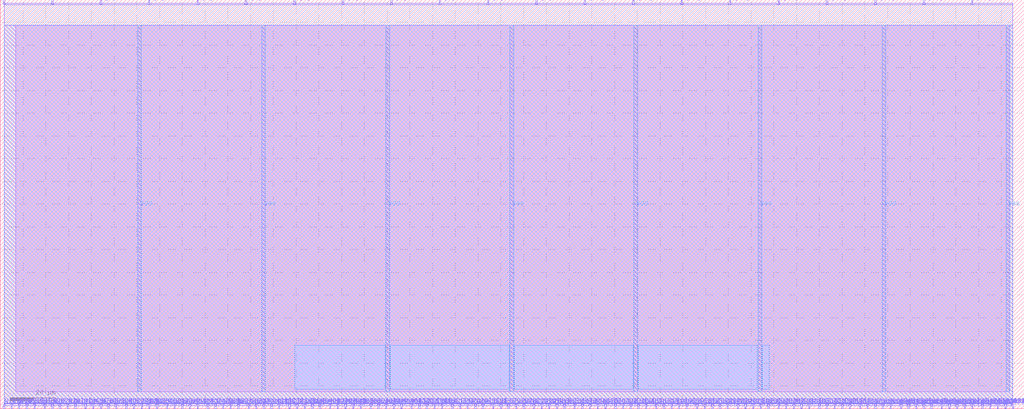
<source format=lef>
VERSION 5.7 ;
  NOWIREEXTENSIONATPIN ON ;
  DIVIDERCHAR "/" ;
  BUSBITCHARS "[]" ;
MACRO N_term_single2
  CLASS BLOCK ;
  FOREIGN N_term_single2 ;
  ORIGIN 0.000 0.000 ;
  SIZE 450.000 BY 180.000 ;
  PIN FrameStrobe[0]
    DIRECTION INPUT ;
    USE SIGNAL ;
    PORT
      LAYER Metal2 ;
        RECT 377.720 0.000 378.280 2.000 ;
    END
  END FrameStrobe[0]
  PIN FrameStrobe[10]
    DIRECTION INPUT ;
    USE SIGNAL ;
    PORT
      LAYER Metal2 ;
        RECT 413.560 0.000 414.120 2.000 ;
    END
  END FrameStrobe[10]
  PIN FrameStrobe[11]
    DIRECTION INPUT ;
    USE SIGNAL ;
    PORT
      LAYER Metal2 ;
        RECT 416.920 0.000 417.480 2.000 ;
    END
  END FrameStrobe[11]
  PIN FrameStrobe[12]
    DIRECTION INPUT ;
    USE SIGNAL ;
    PORT
      LAYER Metal2 ;
        RECT 420.280 0.000 420.840 2.000 ;
    END
  END FrameStrobe[12]
  PIN FrameStrobe[13]
    DIRECTION INPUT ;
    USE SIGNAL ;
    PORT
      LAYER Metal2 ;
        RECT 423.640 0.000 424.200 2.000 ;
    END
  END FrameStrobe[13]
  PIN FrameStrobe[14]
    DIRECTION INPUT ;
    USE SIGNAL ;
    PORT
      LAYER Metal2 ;
        RECT 427.000 0.000 427.560 2.000 ;
    END
  END FrameStrobe[14]
  PIN FrameStrobe[15]
    DIRECTION INPUT ;
    USE SIGNAL ;
    PORT
      LAYER Metal2 ;
        RECT 431.480 0.000 432.040 2.000 ;
    END
  END FrameStrobe[15]
  PIN FrameStrobe[16]
    DIRECTION INPUT ;
    USE SIGNAL ;
    PORT
      LAYER Metal2 ;
        RECT 434.840 0.000 435.400 2.000 ;
    END
  END FrameStrobe[16]
  PIN FrameStrobe[17]
    DIRECTION INPUT ;
    USE SIGNAL ;
    PORT
      LAYER Metal2 ;
        RECT 438.200 0.000 438.760 2.000 ;
    END
  END FrameStrobe[17]
  PIN FrameStrobe[18]
    DIRECTION INPUT ;
    USE SIGNAL ;
    PORT
      LAYER Metal2 ;
        RECT 441.560 0.000 442.120 2.000 ;
    END
  END FrameStrobe[18]
  PIN FrameStrobe[19]
    DIRECTION INPUT ;
    USE SIGNAL ;
    PORT
      LAYER Metal2 ;
        RECT 444.920 0.000 445.480 2.000 ;
    END
  END FrameStrobe[19]
  PIN FrameStrobe[1]
    DIRECTION INPUT ;
    USE SIGNAL ;
    PORT
      LAYER Metal2 ;
        RECT 381.080 0.000 381.640 2.000 ;
    END
  END FrameStrobe[1]
  PIN FrameStrobe[2]
    DIRECTION INPUT ;
    USE SIGNAL ;
    PORT
      LAYER Metal2 ;
        RECT 384.440 0.000 385.000 2.000 ;
    END
  END FrameStrobe[2]
  PIN FrameStrobe[3]
    DIRECTION INPUT ;
    USE SIGNAL ;
    PORT
      LAYER Metal2 ;
        RECT 387.800 0.000 388.360 2.000 ;
    END
  END FrameStrobe[3]
  PIN FrameStrobe[4]
    DIRECTION INPUT ;
    USE SIGNAL ;
    PORT
      LAYER Metal2 ;
        RECT 391.160 0.000 391.720 2.000 ;
    END
  END FrameStrobe[4]
  PIN FrameStrobe[5]
    DIRECTION INPUT ;
    USE SIGNAL ;
    PORT
      LAYER Metal2 ;
        RECT 395.640 0.000 396.200 2.000 ;
    END
  END FrameStrobe[5]
  PIN FrameStrobe[6]
    DIRECTION INPUT ;
    USE SIGNAL ;
    PORT
      LAYER Metal2 ;
        RECT 399.000 0.000 399.560 2.000 ;
    END
  END FrameStrobe[6]
  PIN FrameStrobe[7]
    DIRECTION INPUT ;
    USE SIGNAL ;
    PORT
      LAYER Metal2 ;
        RECT 402.360 0.000 402.920 2.000 ;
    END
  END FrameStrobe[7]
  PIN FrameStrobe[8]
    DIRECTION INPUT ;
    USE SIGNAL ;
    PORT
      LAYER Metal2 ;
        RECT 405.720 0.000 406.280 2.000 ;
    END
  END FrameStrobe[8]
  PIN FrameStrobe[9]
    DIRECTION INPUT ;
    USE SIGNAL ;
    PORT
      LAYER Metal2 ;
        RECT 409.080 0.000 409.640 2.000 ;
    END
  END FrameStrobe[9]
  PIN FrameStrobe_O[0]
    DIRECTION OUTPUT TRISTATE ;
    USE SIGNAL ;
    PORT
      LAYER Metal2 ;
        RECT 22.680 178.000 23.240 180.000 ;
    END
  END FrameStrobe_O[0]
  PIN FrameStrobe_O[10]
    DIRECTION OUTPUT TRISTATE ;
    USE SIGNAL ;
    PORT
      LAYER Metal2 ;
        RECT 235.480 178.000 236.040 180.000 ;
    END
  END FrameStrobe_O[10]
  PIN FrameStrobe_O[11]
    DIRECTION OUTPUT TRISTATE ;
    USE SIGNAL ;
    PORT
      LAYER Metal2 ;
        RECT 256.760 178.000 257.320 180.000 ;
    END
  END FrameStrobe_O[11]
  PIN FrameStrobe_O[12]
    DIRECTION OUTPUT TRISTATE ;
    USE SIGNAL ;
    PORT
      LAYER Metal2 ;
        RECT 278.040 178.000 278.600 180.000 ;
    END
  END FrameStrobe_O[12]
  PIN FrameStrobe_O[13]
    DIRECTION OUTPUT TRISTATE ;
    USE SIGNAL ;
    PORT
      LAYER Metal2 ;
        RECT 299.320 178.000 299.880 180.000 ;
    END
  END FrameStrobe_O[13]
  PIN FrameStrobe_O[14]
    DIRECTION OUTPUT TRISTATE ;
    USE SIGNAL ;
    PORT
      LAYER Metal2 ;
        RECT 320.600 178.000 321.160 180.000 ;
    END
  END FrameStrobe_O[14]
  PIN FrameStrobe_O[15]
    DIRECTION OUTPUT TRISTATE ;
    USE SIGNAL ;
    PORT
      LAYER Metal2 ;
        RECT 341.880 178.000 342.440 180.000 ;
    END
  END FrameStrobe_O[15]
  PIN FrameStrobe_O[16]
    DIRECTION OUTPUT TRISTATE ;
    USE SIGNAL ;
    PORT
      LAYER Metal2 ;
        RECT 363.160 178.000 363.720 180.000 ;
    END
  END FrameStrobe_O[16]
  PIN FrameStrobe_O[17]
    DIRECTION OUTPUT TRISTATE ;
    USE SIGNAL ;
    PORT
      LAYER Metal2 ;
        RECT 384.440 178.000 385.000 180.000 ;
    END
  END FrameStrobe_O[17]
  PIN FrameStrobe_O[18]
    DIRECTION OUTPUT TRISTATE ;
    USE SIGNAL ;
    PORT
      LAYER Metal2 ;
        RECT 405.720 178.000 406.280 180.000 ;
    END
  END FrameStrobe_O[18]
  PIN FrameStrobe_O[19]
    DIRECTION OUTPUT TRISTATE ;
    USE SIGNAL ;
    PORT
      LAYER Metal2 ;
        RECT 427.000 178.000 427.560 180.000 ;
    END
  END FrameStrobe_O[19]
  PIN FrameStrobe_O[1]
    DIRECTION OUTPUT TRISTATE ;
    USE SIGNAL ;
    PORT
      LAYER Metal2 ;
        RECT 43.960 178.000 44.520 180.000 ;
    END
  END FrameStrobe_O[1]
  PIN FrameStrobe_O[2]
    DIRECTION OUTPUT TRISTATE ;
    USE SIGNAL ;
    PORT
      LAYER Metal2 ;
        RECT 65.240 178.000 65.800 180.000 ;
    END
  END FrameStrobe_O[2]
  PIN FrameStrobe_O[3]
    DIRECTION OUTPUT TRISTATE ;
    USE SIGNAL ;
    PORT
      LAYER Metal2 ;
        RECT 86.520 178.000 87.080 180.000 ;
    END
  END FrameStrobe_O[3]
  PIN FrameStrobe_O[4]
    DIRECTION OUTPUT TRISTATE ;
    USE SIGNAL ;
    PORT
      LAYER Metal2 ;
        RECT 107.800 178.000 108.360 180.000 ;
    END
  END FrameStrobe_O[4]
  PIN FrameStrobe_O[5]
    DIRECTION OUTPUT TRISTATE ;
    USE SIGNAL ;
    PORT
      LAYER Metal2 ;
        RECT 129.080 178.000 129.640 180.000 ;
    END
  END FrameStrobe_O[5]
  PIN FrameStrobe_O[6]
    DIRECTION OUTPUT TRISTATE ;
    USE SIGNAL ;
    PORT
      LAYER Metal2 ;
        RECT 150.360 178.000 150.920 180.000 ;
    END
  END FrameStrobe_O[6]
  PIN FrameStrobe_O[7]
    DIRECTION OUTPUT TRISTATE ;
    USE SIGNAL ;
    PORT
      LAYER Metal2 ;
        RECT 171.640 178.000 172.200 180.000 ;
    END
  END FrameStrobe_O[7]
  PIN FrameStrobe_O[8]
    DIRECTION OUTPUT TRISTATE ;
    USE SIGNAL ;
    PORT
      LAYER Metal2 ;
        RECT 192.920 178.000 193.480 180.000 ;
    END
  END FrameStrobe_O[8]
  PIN FrameStrobe_O[9]
    DIRECTION OUTPUT TRISTATE ;
    USE SIGNAL ;
    PORT
      LAYER Metal2 ;
        RECT 214.200 178.000 214.760 180.000 ;
    END
  END FrameStrobe_O[9]
  PIN N1END[0]
    DIRECTION INPUT ;
    USE SIGNAL ;
    PORT
      LAYER Metal2 ;
        RECT 1.400 0.000 1.960 2.000 ;
    END
  END N1END[0]
  PIN N1END[1]
    DIRECTION INPUT ;
    USE SIGNAL ;
    PORT
      LAYER Metal2 ;
        RECT 4.760 0.000 5.320 2.000 ;
    END
  END N1END[1]
  PIN N1END[2]
    DIRECTION INPUT ;
    USE SIGNAL ;
    PORT
      LAYER Metal2 ;
        RECT 8.120 0.000 8.680 2.000 ;
    END
  END N1END[2]
  PIN N1END[3]
    DIRECTION INPUT ;
    USE SIGNAL ;
    PORT
      LAYER Metal2 ;
        RECT 11.480 0.000 12.040 2.000 ;
    END
  END N1END[3]
  PIN N2END[0]
    DIRECTION INPUT ;
    USE SIGNAL ;
    PORT
      LAYER Metal2 ;
        RECT 43.960 0.000 44.520 2.000 ;
    END
  END N2END[0]
  PIN N2END[1]
    DIRECTION INPUT ;
    USE SIGNAL ;
    PORT
      LAYER Metal2 ;
        RECT 47.320 0.000 47.880 2.000 ;
    END
  END N2END[1]
  PIN N2END[2]
    DIRECTION INPUT ;
    USE SIGNAL ;
    PORT
      LAYER Metal2 ;
        RECT 50.680 0.000 51.240 2.000 ;
    END
  END N2END[2]
  PIN N2END[3]
    DIRECTION INPUT ;
    USE SIGNAL ;
    PORT
      LAYER Metal2 ;
        RECT 55.160 0.000 55.720 2.000 ;
    END
  END N2END[3]
  PIN N2END[4]
    DIRECTION INPUT ;
    USE SIGNAL ;
    PORT
      LAYER Metal2 ;
        RECT 58.520 0.000 59.080 2.000 ;
    END
  END N2END[4]
  PIN N2END[5]
    DIRECTION INPUT ;
    USE SIGNAL ;
    PORT
      LAYER Metal2 ;
        RECT 61.880 0.000 62.440 2.000 ;
    END
  END N2END[5]
  PIN N2END[6]
    DIRECTION INPUT ;
    USE SIGNAL ;
    PORT
      LAYER Metal2 ;
        RECT 65.240 0.000 65.800 2.000 ;
    END
  END N2END[6]
  PIN N2END[7]
    DIRECTION INPUT ;
    USE SIGNAL ;
    PORT
      LAYER Metal2 ;
        RECT 68.600 0.000 69.160 2.000 ;
    END
  END N2END[7]
  PIN N2MID[0]
    DIRECTION INPUT ;
    USE SIGNAL ;
    PORT
      LAYER Metal2 ;
        RECT 14.840 0.000 15.400 2.000 ;
    END
  END N2MID[0]
  PIN N2MID[1]
    DIRECTION INPUT ;
    USE SIGNAL ;
    PORT
      LAYER Metal2 ;
        RECT 19.320 0.000 19.880 2.000 ;
    END
  END N2MID[1]
  PIN N2MID[2]
    DIRECTION INPUT ;
    USE SIGNAL ;
    PORT
      LAYER Metal2 ;
        RECT 22.680 0.000 23.240 2.000 ;
    END
  END N2MID[2]
  PIN N2MID[3]
    DIRECTION INPUT ;
    USE SIGNAL ;
    PORT
      LAYER Metal2 ;
        RECT 26.040 0.000 26.600 2.000 ;
    END
  END N2MID[3]
  PIN N2MID[4]
    DIRECTION INPUT ;
    USE SIGNAL ;
    PORT
      LAYER Metal2 ;
        RECT 29.400 0.000 29.960 2.000 ;
    END
  END N2MID[4]
  PIN N2MID[5]
    DIRECTION INPUT ;
    USE SIGNAL ;
    PORT
      LAYER Metal2 ;
        RECT 32.760 0.000 33.320 2.000 ;
    END
  END N2MID[5]
  PIN N2MID[6]
    DIRECTION INPUT ;
    USE SIGNAL ;
    PORT
      LAYER Metal2 ;
        RECT 37.240 0.000 37.800 2.000 ;
    END
  END N2MID[6]
  PIN N2MID[7]
    DIRECTION INPUT ;
    USE SIGNAL ;
    PORT
      LAYER Metal2 ;
        RECT 40.600 0.000 41.160 2.000 ;
    END
  END N2MID[7]
  PIN N4END[0]
    DIRECTION INPUT ;
    USE SIGNAL ;
    PORT
      LAYER Metal2 ;
        RECT 73.080 0.000 73.640 2.000 ;
    END
  END N4END[0]
  PIN N4END[10]
    DIRECTION INPUT ;
    USE SIGNAL ;
    PORT
      LAYER Metal2 ;
        RECT 108.920 0.000 109.480 2.000 ;
    END
  END N4END[10]
  PIN N4END[11]
    DIRECTION INPUT ;
    USE SIGNAL ;
    PORT
      LAYER Metal2 ;
        RECT 112.280 0.000 112.840 2.000 ;
    END
  END N4END[11]
  PIN N4END[12]
    DIRECTION INPUT ;
    USE SIGNAL ;
    PORT
      LAYER Metal2 ;
        RECT 115.640 0.000 116.200 2.000 ;
    END
  END N4END[12]
  PIN N4END[13]
    DIRECTION INPUT ;
    USE SIGNAL ;
    PORT
      LAYER Metal2 ;
        RECT 119.000 0.000 119.560 2.000 ;
    END
  END N4END[13]
  PIN N4END[14]
    DIRECTION INPUT ;
    USE SIGNAL ;
    PORT
      LAYER Metal2 ;
        RECT 122.360 0.000 122.920 2.000 ;
    END
  END N4END[14]
  PIN N4END[15]
    DIRECTION INPUT ;
    USE SIGNAL ;
    PORT
      LAYER Metal2 ;
        RECT 126.840 0.000 127.400 2.000 ;
    END
  END N4END[15]
  PIN N4END[1]
    DIRECTION INPUT ;
    USE SIGNAL ;
    PORT
      LAYER Metal2 ;
        RECT 76.440 0.000 77.000 2.000 ;
    END
  END N4END[1]
  PIN N4END[2]
    DIRECTION INPUT ;
    USE SIGNAL ;
    PORT
      LAYER Metal2 ;
        RECT 79.800 0.000 80.360 2.000 ;
    END
  END N4END[2]
  PIN N4END[3]
    DIRECTION INPUT ;
    USE SIGNAL ;
    PORT
      LAYER Metal2 ;
        RECT 83.160 0.000 83.720 2.000 ;
    END
  END N4END[3]
  PIN N4END[4]
    DIRECTION INPUT ;
    USE SIGNAL ;
    PORT
      LAYER Metal2 ;
        RECT 86.520 0.000 87.080 2.000 ;
    END
  END N4END[4]
  PIN N4END[5]
    DIRECTION INPUT ;
    USE SIGNAL ;
    PORT
      LAYER Metal2 ;
        RECT 91.000 0.000 91.560 2.000 ;
    END
  END N4END[5]
  PIN N4END[6]
    DIRECTION INPUT ;
    USE SIGNAL ;
    PORT
      LAYER Metal2 ;
        RECT 94.360 0.000 94.920 2.000 ;
    END
  END N4END[6]
  PIN N4END[7]
    DIRECTION INPUT ;
    USE SIGNAL ;
    PORT
      LAYER Metal2 ;
        RECT 97.720 0.000 98.280 2.000 ;
    END
  END N4END[7]
  PIN N4END[8]
    DIRECTION INPUT ;
    USE SIGNAL ;
    PORT
      LAYER Metal2 ;
        RECT 101.080 0.000 101.640 2.000 ;
    END
  END N4END[8]
  PIN N4END[9]
    DIRECTION INPUT ;
    USE SIGNAL ;
    PORT
      LAYER Metal2 ;
        RECT 104.440 0.000 105.000 2.000 ;
    END
  END N4END[9]
  PIN NN4END[0]
    DIRECTION INPUT ;
    USE SIGNAL ;
    PORT
      LAYER Metal2 ;
        RECT 130.200 0.000 130.760 2.000 ;
    END
  END NN4END[0]
  PIN NN4END[10]
    DIRECTION INPUT ;
    USE SIGNAL ;
    PORT
      LAYER Metal2 ;
        RECT 166.040 0.000 166.600 2.000 ;
    END
  END NN4END[10]
  PIN NN4END[11]
    DIRECTION INPUT ;
    USE SIGNAL ;
    PORT
      LAYER Metal2 ;
        RECT 169.400 0.000 169.960 2.000 ;
    END
  END NN4END[11]
  PIN NN4END[12]
    DIRECTION INPUT ;
    USE SIGNAL ;
    PORT
      LAYER Metal2 ;
        RECT 172.760 0.000 173.320 2.000 ;
    END
  END NN4END[12]
  PIN NN4END[13]
    DIRECTION INPUT ;
    USE SIGNAL ;
    PORT
      LAYER Metal2 ;
        RECT 176.120 0.000 176.680 2.000 ;
    END
  END NN4END[13]
  PIN NN4END[14]
    DIRECTION INPUT ;
    USE SIGNAL ;
    PORT
      LAYER Metal2 ;
        RECT 180.600 0.000 181.160 2.000 ;
    END
  END NN4END[14]
  PIN NN4END[15]
    DIRECTION INPUT ;
    USE SIGNAL ;
    PORT
      LAYER Metal2 ;
        RECT 183.960 0.000 184.520 2.000 ;
    END
  END NN4END[15]
  PIN NN4END[1]
    DIRECTION INPUT ;
    USE SIGNAL ;
    PORT
      LAYER Metal2 ;
        RECT 133.560 0.000 134.120 2.000 ;
    END
  END NN4END[1]
  PIN NN4END[2]
    DIRECTION INPUT ;
    USE SIGNAL ;
    PORT
      LAYER Metal2 ;
        RECT 136.920 0.000 137.480 2.000 ;
    END
  END NN4END[2]
  PIN NN4END[3]
    DIRECTION INPUT ;
    USE SIGNAL ;
    PORT
      LAYER Metal2 ;
        RECT 140.280 0.000 140.840 2.000 ;
    END
  END NN4END[3]
  PIN NN4END[4]
    DIRECTION INPUT ;
    USE SIGNAL ;
    PORT
      LAYER Metal2 ;
        RECT 144.760 0.000 145.320 2.000 ;
    END
  END NN4END[4]
  PIN NN4END[5]
    DIRECTION INPUT ;
    USE SIGNAL ;
    PORT
      LAYER Metal2 ;
        RECT 148.120 0.000 148.680 2.000 ;
    END
  END NN4END[5]
  PIN NN4END[6]
    DIRECTION INPUT ;
    USE SIGNAL ;
    PORT
      LAYER Metal2 ;
        RECT 151.480 0.000 152.040 2.000 ;
    END
  END NN4END[6]
  PIN NN4END[7]
    DIRECTION INPUT ;
    USE SIGNAL ;
    PORT
      LAYER Metal2 ;
        RECT 154.840 0.000 155.400 2.000 ;
    END
  END NN4END[7]
  PIN NN4END[8]
    DIRECTION INPUT ;
    USE SIGNAL ;
    PORT
      LAYER Metal2 ;
        RECT 158.200 0.000 158.760 2.000 ;
    END
  END NN4END[8]
  PIN NN4END[9]
    DIRECTION INPUT ;
    USE SIGNAL ;
    PORT
      LAYER Metal2 ;
        RECT 162.680 0.000 163.240 2.000 ;
    END
  END NN4END[9]
  PIN S1BEG[0]
    DIRECTION OUTPUT TRISTATE ;
    USE SIGNAL ;
    PORT
      LAYER Metal2 ;
        RECT 187.320 0.000 187.880 2.000 ;
    END
  END S1BEG[0]
  PIN S1BEG[1]
    DIRECTION OUTPUT TRISTATE ;
    USE SIGNAL ;
    PORT
      LAYER Metal2 ;
        RECT 190.680 0.000 191.240 2.000 ;
    END
  END S1BEG[1]
  PIN S1BEG[2]
    DIRECTION OUTPUT TRISTATE ;
    USE SIGNAL ;
    PORT
      LAYER Metal2 ;
        RECT 194.040 0.000 194.600 2.000 ;
    END
  END S1BEG[2]
  PIN S1BEG[3]
    DIRECTION OUTPUT TRISTATE ;
    USE SIGNAL ;
    PORT
      LAYER Metal2 ;
        RECT 198.520 0.000 199.080 2.000 ;
    END
  END S1BEG[3]
  PIN S2BEG[0]
    DIRECTION OUTPUT TRISTATE ;
    USE SIGNAL ;
    PORT
      LAYER Metal2 ;
        RECT 201.880 0.000 202.440 2.000 ;
    END
  END S2BEG[0]
  PIN S2BEG[1]
    DIRECTION OUTPUT TRISTATE ;
    USE SIGNAL ;
    PORT
      LAYER Metal2 ;
        RECT 205.240 0.000 205.800 2.000 ;
    END
  END S2BEG[1]
  PIN S2BEG[2]
    DIRECTION OUTPUT TRISTATE ;
    USE SIGNAL ;
    PORT
      LAYER Metal2 ;
        RECT 208.600 0.000 209.160 2.000 ;
    END
  END S2BEG[2]
  PIN S2BEG[3]
    DIRECTION OUTPUT TRISTATE ;
    USE SIGNAL ;
    PORT
      LAYER Metal2 ;
        RECT 211.960 0.000 212.520 2.000 ;
    END
  END S2BEG[3]
  PIN S2BEG[4]
    DIRECTION OUTPUT TRISTATE ;
    USE SIGNAL ;
    PORT
      LAYER Metal2 ;
        RECT 216.440 0.000 217.000 2.000 ;
    END
  END S2BEG[4]
  PIN S2BEG[5]
    DIRECTION OUTPUT TRISTATE ;
    USE SIGNAL ;
    PORT
      LAYER Metal2 ;
        RECT 219.800 0.000 220.360 2.000 ;
    END
  END S2BEG[5]
  PIN S2BEG[6]
    DIRECTION OUTPUT TRISTATE ;
    USE SIGNAL ;
    PORT
      LAYER Metal2 ;
        RECT 223.160 0.000 223.720 2.000 ;
    END
  END S2BEG[6]
  PIN S2BEG[7]
    DIRECTION OUTPUT TRISTATE ;
    USE SIGNAL ;
    PORT
      LAYER Metal2 ;
        RECT 226.520 0.000 227.080 2.000 ;
    END
  END S2BEG[7]
  PIN S2BEGb[0]
    DIRECTION OUTPUT TRISTATE ;
    USE SIGNAL ;
    PORT
      LAYER Metal2 ;
        RECT 229.880 0.000 230.440 2.000 ;
    END
  END S2BEGb[0]
  PIN S2BEGb[1]
    DIRECTION OUTPUT TRISTATE ;
    USE SIGNAL ;
    PORT
      LAYER Metal2 ;
        RECT 234.360 0.000 234.920 2.000 ;
    END
  END S2BEGb[1]
  PIN S2BEGb[2]
    DIRECTION OUTPUT TRISTATE ;
    USE SIGNAL ;
    PORT
      LAYER Metal2 ;
        RECT 237.720 0.000 238.280 2.000 ;
    END
  END S2BEGb[2]
  PIN S2BEGb[3]
    DIRECTION OUTPUT TRISTATE ;
    USE SIGNAL ;
    PORT
      LAYER Metal2 ;
        RECT 241.080 0.000 241.640 2.000 ;
    END
  END S2BEGb[3]
  PIN S2BEGb[4]
    DIRECTION OUTPUT TRISTATE ;
    USE SIGNAL ;
    PORT
      LAYER Metal2 ;
        RECT 244.440 0.000 245.000 2.000 ;
    END
  END S2BEGb[4]
  PIN S2BEGb[5]
    DIRECTION OUTPUT TRISTATE ;
    USE SIGNAL ;
    PORT
      LAYER Metal2 ;
        RECT 247.800 0.000 248.360 2.000 ;
    END
  END S2BEGb[5]
  PIN S2BEGb[6]
    DIRECTION OUTPUT TRISTATE ;
    USE SIGNAL ;
    PORT
      LAYER Metal2 ;
        RECT 252.280 0.000 252.840 2.000 ;
    END
  END S2BEGb[6]
  PIN S2BEGb[7]
    DIRECTION OUTPUT TRISTATE ;
    USE SIGNAL ;
    PORT
      LAYER Metal2 ;
        RECT 255.640 0.000 256.200 2.000 ;
    END
  END S2BEGb[7]
  PIN S4BEG[0]
    DIRECTION OUTPUT TRISTATE ;
    USE SIGNAL ;
    PORT
      LAYER Metal2 ;
        RECT 259.000 0.000 259.560 2.000 ;
    END
  END S4BEG[0]
  PIN S4BEG[10]
    DIRECTION OUTPUT TRISTATE ;
    USE SIGNAL ;
    PORT
      LAYER Metal2 ;
        RECT 294.840 0.000 295.400 2.000 ;
    END
  END S4BEG[10]
  PIN S4BEG[11]
    DIRECTION OUTPUT TRISTATE ;
    USE SIGNAL ;
    PORT
      LAYER Metal2 ;
        RECT 298.200 0.000 298.760 2.000 ;
    END
  END S4BEG[11]
  PIN S4BEG[12]
    DIRECTION OUTPUT TRISTATE ;
    USE SIGNAL ;
    PORT
      LAYER Metal2 ;
        RECT 301.560 0.000 302.120 2.000 ;
    END
  END S4BEG[12]
  PIN S4BEG[13]
    DIRECTION OUTPUT TRISTATE ;
    USE SIGNAL ;
    PORT
      LAYER Metal2 ;
        RECT 306.040 0.000 306.600 2.000 ;
    END
  END S4BEG[13]
  PIN S4BEG[14]
    DIRECTION OUTPUT TRISTATE ;
    USE SIGNAL ;
    PORT
      LAYER Metal2 ;
        RECT 309.400 0.000 309.960 2.000 ;
    END
  END S4BEG[14]
  PIN S4BEG[15]
    DIRECTION OUTPUT TRISTATE ;
    USE SIGNAL ;
    PORT
      LAYER Metal2 ;
        RECT 312.760 0.000 313.320 2.000 ;
    END
  END S4BEG[15]
  PIN S4BEG[1]
    DIRECTION OUTPUT TRISTATE ;
    USE SIGNAL ;
    PORT
      LAYER Metal2 ;
        RECT 262.360 0.000 262.920 2.000 ;
    END
  END S4BEG[1]
  PIN S4BEG[2]
    DIRECTION OUTPUT TRISTATE ;
    USE SIGNAL ;
    PORT
      LAYER Metal2 ;
        RECT 265.720 0.000 266.280 2.000 ;
    END
  END S4BEG[2]
  PIN S4BEG[3]
    DIRECTION OUTPUT TRISTATE ;
    USE SIGNAL ;
    PORT
      LAYER Metal2 ;
        RECT 270.200 0.000 270.760 2.000 ;
    END
  END S4BEG[3]
  PIN S4BEG[4]
    DIRECTION OUTPUT TRISTATE ;
    USE SIGNAL ;
    PORT
      LAYER Metal2 ;
        RECT 273.560 0.000 274.120 2.000 ;
    END
  END S4BEG[4]
  PIN S4BEG[5]
    DIRECTION OUTPUT TRISTATE ;
    USE SIGNAL ;
    PORT
      LAYER Metal2 ;
        RECT 276.920 0.000 277.480 2.000 ;
    END
  END S4BEG[5]
  PIN S4BEG[6]
    DIRECTION OUTPUT TRISTATE ;
    USE SIGNAL ;
    PORT
      LAYER Metal2 ;
        RECT 280.280 0.000 280.840 2.000 ;
    END
  END S4BEG[6]
  PIN S4BEG[7]
    DIRECTION OUTPUT TRISTATE ;
    USE SIGNAL ;
    PORT
      LAYER Metal2 ;
        RECT 283.640 0.000 284.200 2.000 ;
    END
  END S4BEG[7]
  PIN S4BEG[8]
    DIRECTION OUTPUT TRISTATE ;
    USE SIGNAL ;
    PORT
      LAYER Metal2 ;
        RECT 288.120 0.000 288.680 2.000 ;
    END
  END S4BEG[8]
  PIN S4BEG[9]
    DIRECTION OUTPUT TRISTATE ;
    USE SIGNAL ;
    PORT
      LAYER Metal2 ;
        RECT 291.480 0.000 292.040 2.000 ;
    END
  END S4BEG[9]
  PIN SS4BEG[0]
    DIRECTION OUTPUT TRISTATE ;
    USE SIGNAL ;
    PORT
      LAYER Metal2 ;
        RECT 316.120 0.000 316.680 2.000 ;
    END
  END SS4BEG[0]
  PIN SS4BEG[10]
    DIRECTION OUTPUT TRISTATE ;
    USE SIGNAL ;
    PORT
      LAYER Metal2 ;
        RECT 351.960 0.000 352.520 2.000 ;
    END
  END SS4BEG[10]
  PIN SS4BEG[11]
    DIRECTION OUTPUT TRISTATE ;
    USE SIGNAL ;
    PORT
      LAYER Metal2 ;
        RECT 355.320 0.000 355.880 2.000 ;
    END
  END SS4BEG[11]
  PIN SS4BEG[12]
    DIRECTION OUTPUT TRISTATE ;
    USE SIGNAL ;
    PORT
      LAYER Metal2 ;
        RECT 359.800 0.000 360.360 2.000 ;
    END
  END SS4BEG[12]
  PIN SS4BEG[13]
    DIRECTION OUTPUT TRISTATE ;
    USE SIGNAL ;
    PORT
      LAYER Metal2 ;
        RECT 363.160 0.000 363.720 2.000 ;
    END
  END SS4BEG[13]
  PIN SS4BEG[14]
    DIRECTION OUTPUT TRISTATE ;
    USE SIGNAL ;
    PORT
      LAYER Metal2 ;
        RECT 366.520 0.000 367.080 2.000 ;
    END
  END SS4BEG[14]
  PIN SS4BEG[15]
    DIRECTION OUTPUT TRISTATE ;
    USE SIGNAL ;
    PORT
      LAYER Metal2 ;
        RECT 369.880 0.000 370.440 2.000 ;
    END
  END SS4BEG[15]
  PIN SS4BEG[1]
    DIRECTION OUTPUT TRISTATE ;
    USE SIGNAL ;
    PORT
      LAYER Metal2 ;
        RECT 319.480 0.000 320.040 2.000 ;
    END
  END SS4BEG[1]
  PIN SS4BEG[2]
    DIRECTION OUTPUT TRISTATE ;
    USE SIGNAL ;
    PORT
      LAYER Metal2 ;
        RECT 323.960 0.000 324.520 2.000 ;
    END
  END SS4BEG[2]
  PIN SS4BEG[3]
    DIRECTION OUTPUT TRISTATE ;
    USE SIGNAL ;
    PORT
      LAYER Metal2 ;
        RECT 327.320 0.000 327.880 2.000 ;
    END
  END SS4BEG[3]
  PIN SS4BEG[4]
    DIRECTION OUTPUT TRISTATE ;
    USE SIGNAL ;
    PORT
      LAYER Metal2 ;
        RECT 330.680 0.000 331.240 2.000 ;
    END
  END SS4BEG[4]
  PIN SS4BEG[5]
    DIRECTION OUTPUT TRISTATE ;
    USE SIGNAL ;
    PORT
      LAYER Metal2 ;
        RECT 334.040 0.000 334.600 2.000 ;
    END
  END SS4BEG[5]
  PIN SS4BEG[6]
    DIRECTION OUTPUT TRISTATE ;
    USE SIGNAL ;
    PORT
      LAYER Metal2 ;
        RECT 337.400 0.000 337.960 2.000 ;
    END
  END SS4BEG[6]
  PIN SS4BEG[7]
    DIRECTION OUTPUT TRISTATE ;
    USE SIGNAL ;
    PORT
      LAYER Metal2 ;
        RECT 341.880 0.000 342.440 2.000 ;
    END
  END SS4BEG[7]
  PIN SS4BEG[8]
    DIRECTION OUTPUT TRISTATE ;
    USE SIGNAL ;
    PORT
      LAYER Metal2 ;
        RECT 345.240 0.000 345.800 2.000 ;
    END
  END SS4BEG[8]
  PIN SS4BEG[9]
    DIRECTION OUTPUT TRISTATE ;
    USE SIGNAL ;
    PORT
      LAYER Metal2 ;
        RECT 348.600 0.000 349.160 2.000 ;
    END
  END SS4BEG[9]
  PIN UserCLK
    DIRECTION INPUT ;
    USE SIGNAL ;
    PORT
      LAYER Metal2 ;
        RECT 373.240 0.000 373.800 2.000 ;
    END
  END UserCLK
  PIN UserCLKo
    DIRECTION OUTPUT TRISTATE ;
    USE SIGNAL ;
    PORT
      LAYER Metal2 ;
        RECT 1.400 178.000 1.960 180.000 ;
    END
  END UserCLKo
  PIN vdd
    DIRECTION INOUT ;
    USE POWER ;
    PORT
      LAYER Metal4 ;
        RECT 60.445 7.540 62.045 168.860 ;
    END
    PORT
      LAYER Metal4 ;
        RECT 169.500 7.540 171.100 168.860 ;
    END
    PORT
      LAYER Metal4 ;
        RECT 278.555 7.540 280.155 168.860 ;
    END
    PORT
      LAYER Metal4 ;
        RECT 387.610 7.540 389.210 168.860 ;
    END
  END vdd
  PIN vss
    DIRECTION INOUT ;
    USE GROUND ;
    PORT
      LAYER Metal4 ;
        RECT 114.970 7.540 116.570 168.860 ;
    END
    PORT
      LAYER Metal4 ;
        RECT 224.025 7.540 225.625 168.860 ;
    END
    PORT
      LAYER Metal4 ;
        RECT 333.080 7.540 334.680 168.860 ;
    END
    PORT
      LAYER Metal4 ;
        RECT 442.135 7.540 443.735 168.860 ;
    END
  END vss
  OBS
      LAYER Metal1 ;
        RECT 6.720 7.540 443.735 168.860 ;
      LAYER Metal2 ;
        RECT 2.260 177.700 22.380 178.500 ;
        RECT 23.540 177.700 43.660 178.500 ;
        RECT 44.820 177.700 64.940 178.500 ;
        RECT 66.100 177.700 86.220 178.500 ;
        RECT 87.380 177.700 107.500 178.500 ;
        RECT 108.660 177.700 128.780 178.500 ;
        RECT 129.940 177.700 150.060 178.500 ;
        RECT 151.220 177.700 171.340 178.500 ;
        RECT 172.500 177.700 192.620 178.500 ;
        RECT 193.780 177.700 213.900 178.500 ;
        RECT 215.060 177.700 235.180 178.500 ;
        RECT 236.340 177.700 256.460 178.500 ;
        RECT 257.620 177.700 277.740 178.500 ;
        RECT 278.900 177.700 299.020 178.500 ;
        RECT 300.180 177.700 320.300 178.500 ;
        RECT 321.460 177.700 341.580 178.500 ;
        RECT 342.740 177.700 362.860 178.500 ;
        RECT 364.020 177.700 384.140 178.500 ;
        RECT 385.300 177.700 405.420 178.500 ;
        RECT 406.580 177.700 426.700 178.500 ;
        RECT 427.860 177.700 445.060 178.500 ;
        RECT 1.820 2.300 445.060 177.700 ;
        RECT 2.260 1.260 4.460 2.300 ;
        RECT 5.620 1.260 7.820 2.300 ;
        RECT 8.980 1.260 11.180 2.300 ;
        RECT 12.340 1.260 14.540 2.300 ;
        RECT 15.700 1.260 19.020 2.300 ;
        RECT 20.180 1.260 22.380 2.300 ;
        RECT 23.540 1.260 25.740 2.300 ;
        RECT 26.900 1.260 29.100 2.300 ;
        RECT 30.260 1.260 32.460 2.300 ;
        RECT 33.620 1.260 36.940 2.300 ;
        RECT 38.100 1.260 40.300 2.300 ;
        RECT 41.460 1.260 43.660 2.300 ;
        RECT 44.820 1.260 47.020 2.300 ;
        RECT 48.180 1.260 50.380 2.300 ;
        RECT 51.540 1.260 54.860 2.300 ;
        RECT 56.020 1.260 58.220 2.300 ;
        RECT 59.380 1.260 61.580 2.300 ;
        RECT 62.740 1.260 64.940 2.300 ;
        RECT 66.100 1.260 68.300 2.300 ;
        RECT 69.460 1.260 72.780 2.300 ;
        RECT 73.940 1.260 76.140 2.300 ;
        RECT 77.300 1.260 79.500 2.300 ;
        RECT 80.660 1.260 82.860 2.300 ;
        RECT 84.020 1.260 86.220 2.300 ;
        RECT 87.380 1.260 90.700 2.300 ;
        RECT 91.860 1.260 94.060 2.300 ;
        RECT 95.220 1.260 97.420 2.300 ;
        RECT 98.580 1.260 100.780 2.300 ;
        RECT 101.940 1.260 104.140 2.300 ;
        RECT 105.300 1.260 108.620 2.300 ;
        RECT 109.780 1.260 111.980 2.300 ;
        RECT 113.140 1.260 115.340 2.300 ;
        RECT 116.500 1.260 118.700 2.300 ;
        RECT 119.860 1.260 122.060 2.300 ;
        RECT 123.220 1.260 126.540 2.300 ;
        RECT 127.700 1.260 129.900 2.300 ;
        RECT 131.060 1.260 133.260 2.300 ;
        RECT 134.420 1.260 136.620 2.300 ;
        RECT 137.780 1.260 139.980 2.300 ;
        RECT 141.140 1.260 144.460 2.300 ;
        RECT 145.620 1.260 147.820 2.300 ;
        RECT 148.980 1.260 151.180 2.300 ;
        RECT 152.340 1.260 154.540 2.300 ;
        RECT 155.700 1.260 157.900 2.300 ;
        RECT 159.060 1.260 162.380 2.300 ;
        RECT 163.540 1.260 165.740 2.300 ;
        RECT 166.900 1.260 169.100 2.300 ;
        RECT 170.260 1.260 172.460 2.300 ;
        RECT 173.620 1.260 175.820 2.300 ;
        RECT 176.980 1.260 180.300 2.300 ;
        RECT 181.460 1.260 183.660 2.300 ;
        RECT 184.820 1.260 187.020 2.300 ;
        RECT 188.180 1.260 190.380 2.300 ;
        RECT 191.540 1.260 193.740 2.300 ;
        RECT 194.900 1.260 198.220 2.300 ;
        RECT 199.380 1.260 201.580 2.300 ;
        RECT 202.740 1.260 204.940 2.300 ;
        RECT 206.100 1.260 208.300 2.300 ;
        RECT 209.460 1.260 211.660 2.300 ;
        RECT 212.820 1.260 216.140 2.300 ;
        RECT 217.300 1.260 219.500 2.300 ;
        RECT 220.660 1.260 222.860 2.300 ;
        RECT 224.020 1.260 226.220 2.300 ;
        RECT 227.380 1.260 229.580 2.300 ;
        RECT 230.740 1.260 234.060 2.300 ;
        RECT 235.220 1.260 237.420 2.300 ;
        RECT 238.580 1.260 240.780 2.300 ;
        RECT 241.940 1.260 244.140 2.300 ;
        RECT 245.300 1.260 247.500 2.300 ;
        RECT 248.660 1.260 251.980 2.300 ;
        RECT 253.140 1.260 255.340 2.300 ;
        RECT 256.500 1.260 258.700 2.300 ;
        RECT 259.860 1.260 262.060 2.300 ;
        RECT 263.220 1.260 265.420 2.300 ;
        RECT 266.580 1.260 269.900 2.300 ;
        RECT 271.060 1.260 273.260 2.300 ;
        RECT 274.420 1.260 276.620 2.300 ;
        RECT 277.780 1.260 279.980 2.300 ;
        RECT 281.140 1.260 283.340 2.300 ;
        RECT 284.500 1.260 287.820 2.300 ;
        RECT 288.980 1.260 291.180 2.300 ;
        RECT 292.340 1.260 294.540 2.300 ;
        RECT 295.700 1.260 297.900 2.300 ;
        RECT 299.060 1.260 301.260 2.300 ;
        RECT 302.420 1.260 305.740 2.300 ;
        RECT 306.900 1.260 309.100 2.300 ;
        RECT 310.260 1.260 312.460 2.300 ;
        RECT 313.620 1.260 315.820 2.300 ;
        RECT 316.980 1.260 319.180 2.300 ;
        RECT 320.340 1.260 323.660 2.300 ;
        RECT 324.820 1.260 327.020 2.300 ;
        RECT 328.180 1.260 330.380 2.300 ;
        RECT 331.540 1.260 333.740 2.300 ;
        RECT 334.900 1.260 337.100 2.300 ;
        RECT 338.260 1.260 341.580 2.300 ;
        RECT 342.740 1.260 344.940 2.300 ;
        RECT 346.100 1.260 348.300 2.300 ;
        RECT 349.460 1.260 351.660 2.300 ;
        RECT 352.820 1.260 355.020 2.300 ;
        RECT 356.180 1.260 359.500 2.300 ;
        RECT 360.660 1.260 362.860 2.300 ;
        RECT 364.020 1.260 366.220 2.300 ;
        RECT 367.380 1.260 369.580 2.300 ;
        RECT 370.740 1.260 372.940 2.300 ;
        RECT 374.100 1.260 377.420 2.300 ;
        RECT 378.580 1.260 380.780 2.300 ;
        RECT 381.940 1.260 384.140 2.300 ;
        RECT 385.300 1.260 387.500 2.300 ;
        RECT 388.660 1.260 390.860 2.300 ;
        RECT 392.020 1.260 395.340 2.300 ;
        RECT 396.500 1.260 398.700 2.300 ;
        RECT 399.860 1.260 402.060 2.300 ;
        RECT 403.220 1.260 405.420 2.300 ;
        RECT 406.580 1.260 408.780 2.300 ;
        RECT 409.940 1.260 413.260 2.300 ;
        RECT 414.420 1.260 416.620 2.300 ;
        RECT 417.780 1.260 419.980 2.300 ;
        RECT 421.140 1.260 423.340 2.300 ;
        RECT 424.500 1.260 426.700 2.300 ;
        RECT 427.860 1.260 431.180 2.300 ;
        RECT 432.340 1.260 434.540 2.300 ;
        RECT 435.700 1.260 437.900 2.300 ;
        RECT 439.060 1.260 441.260 2.300 ;
        RECT 442.420 1.260 444.620 2.300 ;
      LAYER Metal3 ;
        RECT 1.770 2.380 445.110 168.700 ;
      LAYER Metal4 ;
        RECT 129.500 8.490 169.200 27.910 ;
        RECT 171.400 8.490 223.725 27.910 ;
        RECT 225.925 8.490 278.255 27.910 ;
        RECT 280.455 8.490 332.780 27.910 ;
        RECT 334.980 8.490 338.100 27.910 ;
  END
END N_term_single2
END LIBRARY


</source>
